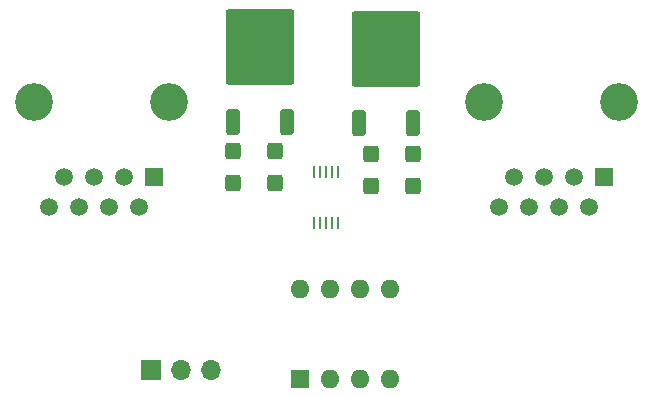
<source format=gts>
%TF.GenerationSoftware,KiCad,Pcbnew,8.0.4*%
%TF.CreationDate,2024-08-22T06:14:14+01:00*%
%TF.ProjectId,PicoChainATtiny85,5069636f-4368-4616-996e-415474696e79,rev?*%
%TF.SameCoordinates,Original*%
%TF.FileFunction,Soldermask,Top*%
%TF.FilePolarity,Negative*%
%FSLAX46Y46*%
G04 Gerber Fmt 4.6, Leading zero omitted, Abs format (unit mm)*
G04 Created by KiCad (PCBNEW 8.0.4) date 2024-08-22 06:14:14*
%MOMM*%
%LPD*%
G01*
G04 APERTURE LIST*
G04 Aperture macros list*
%AMRoundRect*
0 Rectangle with rounded corners*
0 $1 Rounding radius*
0 $2 $3 $4 $5 $6 $7 $8 $9 X,Y pos of 4 corners*
0 Add a 4 corners polygon primitive as box body*
4,1,4,$2,$3,$4,$5,$6,$7,$8,$9,$2,$3,0*
0 Add four circle primitives for the rounded corners*
1,1,$1+$1,$2,$3*
1,1,$1+$1,$4,$5*
1,1,$1+$1,$6,$7*
1,1,$1+$1,$8,$9*
0 Add four rect primitives between the rounded corners*
20,1,$1+$1,$2,$3,$4,$5,0*
20,1,$1+$1,$4,$5,$6,$7,0*
20,1,$1+$1,$6,$7,$8,$9,0*
20,1,$1+$1,$8,$9,$2,$3,0*%
G04 Aperture macros list end*
%ADD10RoundRect,0.250000X-0.425000X0.450000X-0.425000X-0.450000X0.425000X-0.450000X0.425000X0.450000X0*%
%ADD11R,0.250000X1.100000*%
%ADD12C,3.200000*%
%ADD13R,1.500000X1.500000*%
%ADD14C,1.500000*%
%ADD15R,1.700000X1.700000*%
%ADD16O,1.700000X1.700000*%
%ADD17R,1.600000X1.600000*%
%ADD18O,1.600000X1.600000*%
%ADD19RoundRect,0.250000X0.350000X-0.850000X0.350000X0.850000X-0.350000X0.850000X-0.350000X-0.850000X0*%
%ADD20RoundRect,0.249997X2.650003X-2.950003X2.650003X2.950003X-2.650003X2.950003X-2.650003X-2.950003X0*%
G04 APERTURE END LIST*
D10*
%TO.C,C2*%
X127940000Y-79264000D03*
X127940000Y-81964000D03*
%TD*%
D11*
%TO.C,U2*%
X131258000Y-85304000D03*
X131758000Y-85304000D03*
X132258000Y-85304000D03*
X132758000Y-85304000D03*
X133258000Y-85304000D03*
X133258000Y-81004000D03*
X132758000Y-81004000D03*
X132258000Y-81004000D03*
X131758000Y-81004000D03*
X131258000Y-81004000D03*
%TD*%
D12*
%TO.C,J1*%
X119014500Y-75046000D03*
X107584500Y-75046000D03*
D13*
X117744500Y-81396000D03*
D14*
X116474500Y-83936000D03*
X115204500Y-81396000D03*
X113934500Y-83936000D03*
X112664500Y-81396000D03*
X111394500Y-83936000D03*
X110124500Y-81396000D03*
X108854500Y-83936000D03*
%TD*%
D10*
%TO.C,C1*%
X124384000Y-79264000D03*
X124384000Y-81964000D03*
%TD*%
D15*
%TO.C,J3*%
X117460000Y-97790000D03*
D16*
X120000000Y-97790000D03*
X122540000Y-97790000D03*
%TD*%
D10*
%TO.C,C3*%
X136068000Y-79518000D03*
X136068000Y-82218000D03*
%TD*%
%TO.C,C4*%
X139624000Y-79518000D03*
X139624000Y-82218000D03*
%TD*%
D17*
%TO.C,U3*%
X130058000Y-98542000D03*
D18*
X132598000Y-98542000D03*
X135138000Y-98542000D03*
X137678000Y-98542000D03*
X137678000Y-90922000D03*
X135138000Y-90922000D03*
X132598000Y-90922000D03*
X130058000Y-90922000D03*
%TD*%
D19*
%TO.C,U4*%
X135059000Y-76857000D03*
D20*
X137339000Y-70557000D03*
D19*
X139619000Y-76857000D03*
%TD*%
D12*
%TO.C,J2*%
X157114500Y-75046000D03*
X145684500Y-75046000D03*
D13*
X155844500Y-81396000D03*
D14*
X154574500Y-83936000D03*
X153304500Y-81396000D03*
X152034500Y-83936000D03*
X150764500Y-81396000D03*
X149494500Y-83936000D03*
X148224500Y-81396000D03*
X146954500Y-83936000D03*
%TD*%
D19*
%TO.C,U1*%
X124390000Y-76754000D03*
D20*
X126670000Y-70454000D03*
D19*
X128950000Y-76754000D03*
%TD*%
M02*

</source>
